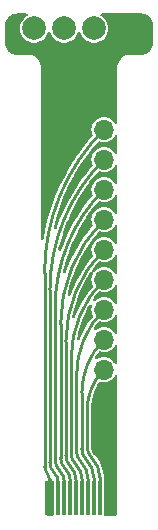
<source format=gbr>
%TF.GenerationSoftware,KiCad,Pcbnew,7.0.4*%
%TF.CreationDate,2023-06-28T13:03:42+02:00*%
%TF.ProjectId,pcb,7063622e-6b69-4636-9164-5f7063625858,rev?*%
%TF.SameCoordinates,Original*%
%TF.FileFunction,Copper,L1,Top*%
%TF.FilePolarity,Positive*%
%FSLAX46Y46*%
G04 Gerber Fmt 4.6, Leading zero omitted, Abs format (unit mm)*
G04 Created by KiCad (PCBNEW 7.0.4) date 2023-06-28 13:03:42*
%MOMM*%
%LPD*%
G01*
G04 APERTURE LIST*
G04 Aperture macros list*
%AMRoundRect*
0 Rectangle with rounded corners*
0 $1 Rounding radius*
0 $2 $3 $4 $5 $6 $7 $8 $9 X,Y pos of 4 corners*
0 Add a 4 corners polygon primitive as box body*
4,1,4,$2,$3,$4,$5,$6,$7,$8,$9,$2,$3,0*
0 Add four circle primitives for the rounded corners*
1,1,$1+$1,$2,$3*
1,1,$1+$1,$4,$5*
1,1,$1+$1,$6,$7*
1,1,$1+$1,$8,$9*
0 Add four rect primitives between the rounded corners*
20,1,$1+$1,$2,$3,$4,$5,0*
20,1,$1+$1,$4,$5,$6,$7,0*
20,1,$1+$1,$6,$7,$8,$9,0*
20,1,$1+$1,$8,$9,$2,$3,0*%
G04 Aperture macros list end*
%TA.AperFunction,ComponentPad*%
%ADD10RoundRect,0.425000X0.425000X0.425000X-0.425000X0.425000X-0.425000X-0.425000X0.425000X-0.425000X0*%
%TD*%
%TA.AperFunction,ComponentPad*%
%ADD11O,1.700000X1.700000*%
%TD*%
%TA.AperFunction,SMDPad,CuDef*%
%ADD12R,0.300000X3.000000*%
%TD*%
%TA.AperFunction,ComponentPad*%
%ADD13RoundRect,0.500000X0.500000X-0.500000X0.500000X0.500000X-0.500000X0.500000X-0.500000X-0.500000X0*%
%TD*%
%TA.AperFunction,ComponentPad*%
%ADD14C,2.000000*%
%TD*%
%TA.AperFunction,ViaPad*%
%ADD15C,0.800000*%
%TD*%
%TA.AperFunction,Conductor*%
%ADD16C,0.250000*%
%TD*%
G04 APERTURE END LIST*
D10*
%TO.P,J3,1,Pin_1*%
%TO.N,GND*%
X138250000Y-89675000D03*
D11*
%TO.P,J3,2,Pin_2*%
%TO.N,/i2c_sda*%
X138250000Y-87135000D03*
%TO.P,J3,3,Pin_3*%
%TO.N,/i2c_scl*%
X138250000Y-84595000D03*
%TO.P,J3,4,Pin_4*%
%TO.N,/spi_cs*%
X138250000Y-82055000D03*
%TO.P,J3,5,Pin_5*%
%TO.N,/spi_dc*%
X138250000Y-79515000D03*
%TO.P,J3,6,Pin_6*%
%TO.N,/spi_sdo*%
X138250000Y-76975000D03*
%TO.P,J3,7,Pin_7*%
%TO.N,/spi_sdi*%
X138250000Y-74435000D03*
%TO.P,J3,8,Pin_8*%
%TO.N,/spi_rst*%
X138250000Y-71895000D03*
%TO.P,J3,9,Pin_9*%
%TO.N,/misc*%
X138250000Y-69355000D03*
%TO.P,J3,10,Pin_10*%
%TO.N,VCC*%
X138250000Y-66815000D03*
%TD*%
D12*
%TO.P,J1,1,Pin_1*%
%TO.N,VCC*%
X133394000Y-98020000D03*
%TO.P,J1,2,Pin_2*%
X133894000Y-98020000D03*
%TO.P,J1,3,Pin_3*%
%TO.N,/misc*%
X134394000Y-98020000D03*
%TO.P,J1,4,Pin_4*%
%TO.N,/spi_rst*%
X134894000Y-98020000D03*
%TO.P,J1,5,Pin_5*%
%TO.N,/spi_sdi*%
X135394000Y-98020000D03*
%TO.P,J1,6,Pin_6*%
%TO.N,/spi_sdo*%
X135894000Y-98020000D03*
%TO.P,J1,7,Pin_7*%
%TO.N,/spi_dc*%
X136394000Y-98020000D03*
%TO.P,J1,8,Pin_8*%
%TO.N,/spi_cs*%
X136894000Y-98020000D03*
%TO.P,J1,9,Pin_9*%
%TO.N,/i2c_scl*%
X137394000Y-98020000D03*
%TO.P,J1,10,Pin_10*%
%TO.N,/i2c_sda*%
X137894000Y-98020000D03*
%TO.P,J1,11,Pin_11*%
%TO.N,GND*%
X138394000Y-98020000D03*
%TO.P,J1,12,Pin_12*%
X138894000Y-98020000D03*
%TD*%
D13*
%TO.P,J2,1,Pin_1*%
%TO.N,GND*%
X139954000Y-58250000D03*
D14*
%TO.P,J2,2,Pin_2*%
%TO.N,VCC*%
X137414000Y-58250000D03*
%TO.P,J2,3,Pin_3*%
%TO.N,/i2c_scl*%
X134874000Y-58250000D03*
%TO.P,J2,4,Pin_4*%
%TO.N,/i2c_sda*%
X132334000Y-58250000D03*
%TD*%
D15*
%TO.N,GND*%
X138250000Y-63000000D03*
X134000000Y-63000000D03*
%TD*%
D16*
%TO.N,VCC*%
X133225000Y-95397447D02*
X133225000Y-78946442D01*
X133394000Y-98020000D02*
X133650000Y-97764000D01*
X133444974Y-95907370D02*
X133430025Y-95892421D01*
X133650000Y-97764000D02*
X133650000Y-96402325D01*
X138249973Y-66814973D02*
G75*
G03*
X133225000Y-78946442I12131527J-12131427D01*
G01*
X133224968Y-95397447D02*
G75*
G03*
X133430026Y-95892420I700032J47D01*
G01*
X133649997Y-96402325D02*
G75*
G03*
X133444974Y-95907370I-699897J25D01*
G01*
%TO.N,/i2c_scl*%
X137394000Y-98020000D02*
X137394000Y-96304170D01*
X136375000Y-93844146D02*
X136375000Y-89121581D01*
X137394032Y-96304170D02*
G75*
G03*
X136755761Y-94763385I-2178932J-30D01*
G01*
X136374968Y-93844146D02*
G75*
G03*
X136755762Y-94763384I1300032J46D01*
G01*
X138250006Y-84595006D02*
G75*
G03*
X136375000Y-89121581I4526494J-4526594D01*
G01*
%TO.N,/i2c_sda*%
X137894000Y-98020000D02*
X137894000Y-96238501D01*
X136825000Y-93657750D02*
X136825000Y-90575321D01*
X136824965Y-93657750D02*
G75*
G03*
X137205761Y-94576989I1300035J50D01*
G01*
X137893996Y-96238501D02*
G75*
G03*
X137205761Y-94576989I-2349696J1D01*
G01*
X138249993Y-87134993D02*
G75*
G03*
X136825000Y-90575321I3440407J-3440307D01*
G01*
%TO.N,/spi_cs*%
X136894000Y-98020000D02*
X136894000Y-96369860D01*
X135925000Y-94030542D02*
X135925000Y-87667989D01*
X136894039Y-96369860D02*
G75*
G03*
X136305760Y-94949782I-2008239J-40D01*
G01*
X138250007Y-82055007D02*
G75*
G03*
X135925000Y-87667989I5612893J-5612993D01*
G01*
X135924971Y-94030542D02*
G75*
G03*
X136305762Y-94949780I1300029J42D01*
G01*
%TO.N,/spi_dc*%
X136394000Y-98020000D02*
X136394000Y-96435472D01*
X135475000Y-94216938D02*
X135475000Y-86214441D01*
X138249997Y-79514997D02*
G75*
G03*
X135475000Y-86214441I6699453J-6699443D01*
G01*
X136394005Y-96435472D02*
G75*
G03*
X135855761Y-95136177I-1837405J-28D01*
G01*
X135474973Y-94216938D02*
G75*
G03*
X135855761Y-95136177I1300027J38D01*
G01*
%TO.N,/spi_sdo*%
X135025000Y-94403334D02*
X135025000Y-84760866D01*
X135894000Y-98020000D02*
X135894000Y-96501265D01*
X135024976Y-94403334D02*
G75*
G03*
X135405761Y-95322573I1300024J34D01*
G01*
X138249998Y-76974998D02*
G75*
G03*
X135025000Y-84760866I7785902J-7785862D01*
G01*
X135894025Y-96501265D02*
G75*
G03*
X135405761Y-95322573I-1666925J-35D01*
G01*
%TO.N,/spi_sdi*%
X134575000Y-94589730D02*
X134575000Y-83307215D01*
X135394000Y-98020000D02*
X135394000Y-96485686D01*
X135013239Y-95566447D02*
X134955761Y-95508969D01*
X134574979Y-94589730D02*
G75*
G03*
X134955761Y-95508969I1300021J30D01*
G01*
X138249990Y-74434990D02*
G75*
G03*
X134575000Y-83307215I8872210J-8872210D01*
G01*
X135394010Y-96485686D02*
G75*
G03*
X135013239Y-95566447I-1300010J-14D01*
G01*
%TO.N,/spi_rst*%
X134125000Y-94776126D02*
X134125000Y-81853517D01*
X134513239Y-95702843D02*
X134505761Y-95695365D01*
X134894000Y-98020000D02*
X134894000Y-96622048D01*
X134893971Y-96622048D02*
G75*
G03*
X134513239Y-95702843I-1299871J48D01*
G01*
X138249982Y-71894982D02*
G75*
G03*
X134125000Y-81853517I9958418J-9958518D01*
G01*
X134124982Y-94776126D02*
G75*
G03*
X134505761Y-95695365I1300018J26D01*
G01*
%TO.N,/misc*%
X133675000Y-95003944D02*
X133675000Y-80400013D01*
X134394000Y-98020000D02*
X134394000Y-96717056D01*
X134042528Y-95868528D02*
X134026472Y-95852472D01*
X134394030Y-96717056D02*
G75*
G03*
X134042527Y-95868529I-1200030J-44D01*
G01*
X138249992Y-69354992D02*
G75*
G03*
X133675000Y-80400013I11045008J-11045008D01*
G01*
X133674970Y-95003944D02*
G75*
G03*
X134026473Y-95852471I1200030J44D01*
G01*
%TO.N,GND*%
X138394000Y-89819000D02*
X138250000Y-89675000D01*
%TD*%
%TA.AperFunction,Conductor*%
%TO.N,VCC*%
G36*
X133863039Y-96541685D02*
G01*
X133908794Y-96594489D01*
X133920000Y-96646000D01*
X133920000Y-99395500D01*
X133900315Y-99462539D01*
X133847511Y-99508294D01*
X133796000Y-99519500D01*
X133536000Y-99519500D01*
X133468961Y-99499815D01*
X133423206Y-99447011D01*
X133412000Y-99395500D01*
X133412000Y-96646000D01*
X133431685Y-96578961D01*
X133484489Y-96533206D01*
X133536000Y-96522000D01*
X133796000Y-96522000D01*
X133863039Y-96541685D01*
G37*
%TD.AperFunction*%
%TD*%
%TA.AperFunction,Conductor*%
%TO.N,GND*%
G36*
X139342941Y-87619219D02*
G01*
X139385310Y-87674777D01*
X139393519Y-87719145D01*
X139393500Y-93519900D01*
X139393500Y-99210242D01*
X139391973Y-99229641D01*
X139381913Y-99293154D01*
X139369925Y-99330049D01*
X139345217Y-99378542D01*
X139322413Y-99409929D01*
X139283929Y-99448413D01*
X139252542Y-99471217D01*
X139204049Y-99495925D01*
X139167154Y-99507913D01*
X139129734Y-99513840D01*
X139103639Y-99517973D01*
X139084243Y-99519500D01*
X138368500Y-99519500D01*
X138301461Y-99499815D01*
X138255706Y-99447011D01*
X138244500Y-99395500D01*
X138244500Y-96500249D01*
X138244499Y-96500247D01*
X138232868Y-96441770D01*
X138228940Y-96432288D01*
X138219500Y-96384833D01*
X138219500Y-96207364D01*
X138219496Y-96207270D01*
X138219496Y-96088257D01*
X138185853Y-95789686D01*
X138185852Y-95789674D01*
X138118989Y-95496731D01*
X138019745Y-95213116D01*
X137889371Y-94942396D01*
X137729505Y-94687976D01*
X137542157Y-94453056D01*
X137458475Y-94369376D01*
X137437641Y-94348542D01*
X137434336Y-94344967D01*
X137342934Y-94237956D01*
X137331503Y-94222222D01*
X137261793Y-94108472D01*
X137252960Y-94091137D01*
X137201904Y-93967888D01*
X137195896Y-93949400D01*
X137164744Y-93819663D01*
X137161703Y-93800462D01*
X137150690Y-93660598D01*
X137150500Y-93655747D01*
X137150500Y-90576672D01*
X137150559Y-90573968D01*
X137167656Y-90182348D01*
X137168128Y-90176957D01*
X137168505Y-90174092D01*
X137219114Y-89789654D01*
X137220046Y-89784367D01*
X137304601Y-89402950D01*
X137305990Y-89397763D01*
X137423467Y-89025166D01*
X137425307Y-89020110D01*
X137574803Y-88659185D01*
X137577076Y-88654309D01*
X137757469Y-88307769D01*
X137760151Y-88303125D01*
X137826497Y-88198979D01*
X137879117Y-88153016D01*
X137948236Y-88142798D01*
X137967067Y-88146942D01*
X138044066Y-88170300D01*
X138044065Y-88170300D01*
X138062529Y-88172118D01*
X138250000Y-88190583D01*
X138455934Y-88170300D01*
X138653954Y-88110232D01*
X138836450Y-88012685D01*
X138996410Y-87881410D01*
X139127685Y-87721450D01*
X139160162Y-87660689D01*
X139209123Y-87610847D01*
X139277261Y-87595387D01*
X139342941Y-87619219D01*
G37*
%TD.AperFunction*%
%TA.AperFunction,Conductor*%
G36*
X139342948Y-85079202D02*
G01*
X139385317Y-85134760D01*
X139393527Y-85179129D01*
X139393523Y-86550862D01*
X139373838Y-86617902D01*
X139321034Y-86663657D01*
X139251876Y-86673600D01*
X139188320Y-86644575D01*
X139160165Y-86609316D01*
X139153848Y-86597498D01*
X139127685Y-86548550D01*
X139051395Y-86455590D01*
X138996410Y-86388589D01*
X138836452Y-86257317D01*
X138836453Y-86257317D01*
X138836450Y-86257315D01*
X138653954Y-86159768D01*
X138455934Y-86099700D01*
X138455932Y-86099699D01*
X138455934Y-86099699D01*
X138250000Y-86079417D01*
X138044067Y-86099699D01*
X137846043Y-86159769D01*
X137692008Y-86242104D01*
X137623605Y-86256346D01*
X137558361Y-86231346D01*
X137516990Y-86175042D01*
X137512628Y-86105308D01*
X137526913Y-86069472D01*
X137663953Y-85838507D01*
X137666330Y-85834811D01*
X137703634Y-85781083D01*
X137797863Y-85645369D01*
X137852265Y-85601531D01*
X137921734Y-85594062D01*
X137935702Y-85597428D01*
X138044066Y-85630300D01*
X138044065Y-85630300D01*
X138064347Y-85632297D01*
X138250000Y-85650583D01*
X138455934Y-85630300D01*
X138653954Y-85570232D01*
X138836450Y-85472685D01*
X138996410Y-85341410D01*
X139127685Y-85181450D01*
X139160170Y-85120674D01*
X139209131Y-85070832D01*
X139277268Y-85055371D01*
X139342948Y-85079202D01*
G37*
%TD.AperFunction*%
%TA.AperFunction,Conductor*%
G36*
X137195938Y-81634948D02*
G01*
X137237038Y-81691451D01*
X137241065Y-81761204D01*
X137238933Y-81769180D01*
X137214699Y-81849067D01*
X137194417Y-82054999D01*
X137214699Y-82260932D01*
X137274769Y-82458958D01*
X137306625Y-82518556D01*
X137320867Y-82586959D01*
X137295867Y-82652203D01*
X137295643Y-82652496D01*
X137142461Y-82852124D01*
X137142454Y-82852134D01*
X136841875Y-83301975D01*
X136762917Y-83438733D01*
X136574686Y-83764754D01*
X136571348Y-83770535D01*
X136332055Y-84255765D01*
X136249288Y-84455581D01*
X136223056Y-84518911D01*
X136199878Y-84574866D01*
X136156036Y-84629270D01*
X136089742Y-84651334D01*
X136022043Y-84634054D01*
X135974433Y-84582917D01*
X135962028Y-84514157D01*
X135964079Y-84501388D01*
X136016805Y-84255765D01*
X136065959Y-84026779D01*
X136066845Y-84023180D01*
X136214260Y-83494379D01*
X136215361Y-83490848D01*
X136394428Y-82971930D01*
X136395738Y-82968474D01*
X136605810Y-82461316D01*
X136607330Y-82457936D01*
X136847643Y-81964382D01*
X136849367Y-81961097D01*
X137012267Y-81672267D01*
X137062345Y-81623547D01*
X137130815Y-81609634D01*
X137195938Y-81634948D01*
G37*
%TD.AperFunction*%
%TA.AperFunction,Conductor*%
G36*
X139342973Y-77459155D02*
G01*
X139385342Y-77514713D01*
X139393552Y-77559082D01*
X139393548Y-78930909D01*
X139373863Y-78997949D01*
X139321059Y-79043704D01*
X139251901Y-79053647D01*
X139188345Y-79024622D01*
X139160191Y-78989364D01*
X139127685Y-78928550D01*
X139060041Y-78846125D01*
X138996410Y-78768589D01*
X138836452Y-78637317D01*
X138836453Y-78637317D01*
X138836450Y-78637315D01*
X138653954Y-78539768D01*
X138455934Y-78479700D01*
X138455932Y-78479699D01*
X138455934Y-78479699D01*
X138250000Y-78459417D01*
X138044067Y-78479699D01*
X137846043Y-78539769D01*
X137735898Y-78598643D01*
X137663550Y-78637315D01*
X137663548Y-78637316D01*
X137663547Y-78637317D01*
X137503589Y-78768590D01*
X137436855Y-78849905D01*
X137379109Y-78889239D01*
X137312348Y-78891027D01*
X137334579Y-78927015D01*
X137333332Y-78996874D01*
X137324355Y-79018274D01*
X137274769Y-79111041D01*
X137214699Y-79309067D01*
X137194417Y-79514999D01*
X137214699Y-79720932D01*
X137274769Y-79918957D01*
X137300535Y-79967162D01*
X137314776Y-80035565D01*
X137289775Y-80100808D01*
X137288787Y-80102087D01*
X137052467Y-80403728D01*
X136716039Y-80891127D01*
X136716023Y-80891152D01*
X136409643Y-81397966D01*
X136134405Y-81922389D01*
X135891338Y-82462464D01*
X135812274Y-82670940D01*
X135770096Y-82726643D01*
X135704498Y-82750700D01*
X135636308Y-82735473D01*
X135587175Y-82685797D01*
X135572698Y-82617443D01*
X135574713Y-82602789D01*
X135618069Y-82384821D01*
X135618829Y-82381492D01*
X135767678Y-81804447D01*
X135768633Y-81801132D01*
X135949604Y-81233340D01*
X135950737Y-81230103D01*
X136163266Y-80673333D01*
X136164564Y-80670199D01*
X136407980Y-80126215D01*
X136409460Y-80123143D01*
X136682990Y-79593671D01*
X136684644Y-79590678D01*
X136987433Y-79077374D01*
X136989233Y-79074507D01*
X137111897Y-78890928D01*
X137165507Y-78846125D01*
X137234832Y-78837418D01*
X137242792Y-78841226D01*
X137218780Y-78792166D01*
X137226869Y-78722766D01*
X137237894Y-78702358D01*
X137320344Y-78578964D01*
X137322320Y-78576178D01*
X137680692Y-78099983D01*
X137682799Y-78097342D01*
X137762334Y-78003153D01*
X137820624Y-77964634D01*
X137890488Y-77963743D01*
X137893000Y-77964475D01*
X138044066Y-78010300D01*
X138044065Y-78010300D01*
X138062529Y-78012118D01*
X138250000Y-78030583D01*
X138455934Y-78010300D01*
X138653954Y-77950232D01*
X138836450Y-77852685D01*
X138996410Y-77721410D01*
X139127685Y-77561450D01*
X139160196Y-77500625D01*
X139209156Y-77450785D01*
X139277293Y-77435324D01*
X139342973Y-77459155D01*
G37*
%TD.AperFunction*%
%TD*%
%TA.AperFunction,NonConductor*%
G36*
X139343007Y-67299093D02*
G01*
X139385376Y-67354650D01*
X139393586Y-67399019D01*
X139393581Y-68770972D01*
X139373896Y-68838012D01*
X139321092Y-68883767D01*
X139251934Y-68893710D01*
X139188378Y-68864685D01*
X139160224Y-68829427D01*
X139127685Y-68768550D01*
X139127684Y-68768548D01*
X138996410Y-68608589D01*
X138836452Y-68477317D01*
X138836453Y-68477317D01*
X138836450Y-68477315D01*
X138653954Y-68379768D01*
X138455934Y-68319700D01*
X138455932Y-68319699D01*
X138455934Y-68319699D01*
X138268463Y-68301235D01*
X138250000Y-68299417D01*
X138249999Y-68299417D01*
X138044067Y-68319699D01*
X137846043Y-68379769D01*
X137735898Y-68438643D01*
X137663550Y-68477315D01*
X137663548Y-68477316D01*
X137663547Y-68477317D01*
X137503589Y-68608589D01*
X137372317Y-68768547D01*
X137372316Y-68768548D01*
X137372315Y-68768550D01*
X137352978Y-68804727D01*
X137274769Y-68951043D01*
X137214699Y-69149067D01*
X137194417Y-69354999D01*
X137214699Y-69560932D01*
X137274769Y-69758957D01*
X137286682Y-69781243D01*
X137300924Y-69849645D01*
X137275925Y-69914889D01*
X137268970Y-69923226D01*
X137262927Y-69929855D01*
X136792222Y-70496705D01*
X136792210Y-70496721D01*
X136348218Y-71084662D01*
X136348204Y-71084680D01*
X136348201Y-71084686D01*
X136069840Y-71491043D01*
X135931800Y-71692557D01*
X135543927Y-72318993D01*
X135543914Y-72319015D01*
X135185392Y-72962684D01*
X135185363Y-72962738D01*
X134856961Y-73622262D01*
X134856959Y-73622265D01*
X134559363Y-74296256D01*
X134559349Y-74296289D01*
X134559345Y-74296299D01*
X134371769Y-74780490D01*
X134293173Y-74983369D01*
X134243323Y-75132103D01*
X134203354Y-75189412D01*
X134138747Y-75216014D01*
X134070014Y-75203464D01*
X134018977Y-75155746D01*
X134001840Y-75088011D01*
X134005733Y-75061527D01*
X134192633Y-74341877D01*
X134193416Y-74339122D01*
X134206677Y-74296299D01*
X134422575Y-73599092D01*
X134423462Y-73596443D01*
X134681763Y-72881054D01*
X134686558Y-72867773D01*
X134687593Y-72865102D01*
X134725873Y-72772685D01*
X134984047Y-72149391D01*
X134985171Y-72146846D01*
X135314387Y-71445540D01*
X135315630Y-71443044D01*
X135676869Y-70757718D01*
X135678248Y-70755243D01*
X135711614Y-70698466D01*
X136070741Y-70087349D01*
X136072226Y-70084950D01*
X136495158Y-69435877D01*
X136496735Y-69433573D01*
X136949204Y-68804708D01*
X136950918Y-68802441D01*
X136975844Y-68770972D01*
X137431911Y-68195188D01*
X137433726Y-68193005D01*
X137524289Y-68088930D01*
X137744420Y-67835957D01*
X137803275Y-67798308D01*
X137873145Y-67798454D01*
X137873562Y-67798579D01*
X138044066Y-67850300D01*
X138250000Y-67870583D01*
X138455934Y-67850300D01*
X138653954Y-67790232D01*
X138836450Y-67692685D01*
X138996410Y-67561410D01*
X139127685Y-67401450D01*
X139160229Y-67340564D01*
X139209190Y-67290722D01*
X139277328Y-67275261D01*
X139343007Y-67299093D01*
G37*
%TD.AperFunction*%
%TA.AperFunction,NonConductor*%
G36*
X131735092Y-57000185D02*
G01*
X131780847Y-57052989D01*
X131790791Y-57122147D01*
X131761766Y-57185703D01*
X131733330Y-57209927D01*
X131607439Y-57287874D01*
X131607437Y-57287876D01*
X131443020Y-57437761D01*
X131308943Y-57615308D01*
X131308938Y-57615316D01*
X131209775Y-57814461D01*
X131209769Y-57814476D01*
X131148885Y-58028462D01*
X131148884Y-58028464D01*
X131128357Y-58249999D01*
X131128357Y-58250000D01*
X131148884Y-58471535D01*
X131148885Y-58471537D01*
X131209769Y-58685523D01*
X131209775Y-58685538D01*
X131308938Y-58884683D01*
X131308943Y-58884691D01*
X131443020Y-59062238D01*
X131607437Y-59212123D01*
X131607439Y-59212125D01*
X131796595Y-59329245D01*
X131796596Y-59329245D01*
X131796599Y-59329247D01*
X132004060Y-59409618D01*
X132222757Y-59450500D01*
X132222759Y-59450500D01*
X132445241Y-59450500D01*
X132445243Y-59450500D01*
X132663940Y-59409618D01*
X132871401Y-59329247D01*
X133060562Y-59212124D01*
X133224981Y-59062236D01*
X133359058Y-58884689D01*
X133458229Y-58685528D01*
X133484734Y-58592371D01*
X133522013Y-58533278D01*
X133585323Y-58503721D01*
X133654562Y-58513083D01*
X133707749Y-58558393D01*
X133723266Y-58592372D01*
X133749769Y-58685523D01*
X133749775Y-58685538D01*
X133848938Y-58884683D01*
X133848943Y-58884691D01*
X133983020Y-59062238D01*
X134147437Y-59212123D01*
X134147439Y-59212125D01*
X134336595Y-59329245D01*
X134336596Y-59329245D01*
X134336599Y-59329247D01*
X134544060Y-59409618D01*
X134762757Y-59450500D01*
X134762759Y-59450500D01*
X134985241Y-59450500D01*
X134985243Y-59450500D01*
X135203940Y-59409618D01*
X135411401Y-59329247D01*
X135600562Y-59212124D01*
X135764981Y-59062236D01*
X135899058Y-58884689D01*
X135998229Y-58685528D01*
X136024734Y-58592371D01*
X136062013Y-58533278D01*
X136125323Y-58503721D01*
X136194562Y-58513083D01*
X136247749Y-58558393D01*
X136263266Y-58592372D01*
X136289769Y-58685523D01*
X136289775Y-58685538D01*
X136388938Y-58884683D01*
X136388943Y-58884691D01*
X136523020Y-59062238D01*
X136687437Y-59212123D01*
X136687439Y-59212125D01*
X136876595Y-59329245D01*
X136876596Y-59329245D01*
X136876599Y-59329247D01*
X137084060Y-59409618D01*
X137302757Y-59450500D01*
X137302759Y-59450500D01*
X137525241Y-59450500D01*
X137525243Y-59450500D01*
X137743940Y-59409618D01*
X137951401Y-59329247D01*
X138140562Y-59212124D01*
X138304981Y-59062236D01*
X138439058Y-58884689D01*
X138538229Y-58685528D01*
X138599115Y-58471536D01*
X138619643Y-58250000D01*
X138599115Y-58028464D01*
X138538229Y-57814472D01*
X138534229Y-57806439D01*
X138439061Y-57615316D01*
X138439056Y-57615308D01*
X138304979Y-57437761D01*
X138140562Y-57287876D01*
X138140560Y-57287874D01*
X138014670Y-57209927D01*
X137968034Y-57157899D01*
X137956930Y-57088918D01*
X137984883Y-57024883D01*
X138043018Y-56986127D01*
X138079947Y-56980500D01*
X141391398Y-56980500D01*
X141396801Y-56980735D01*
X141556858Y-56994740D01*
X141578142Y-56998493D01*
X141584457Y-57000185D01*
X141725479Y-57037972D01*
X141745777Y-57045360D01*
X141884021Y-57109825D01*
X141902738Y-57120632D01*
X142027681Y-57208118D01*
X142044240Y-57222012D01*
X142152094Y-57329867D01*
X142165987Y-57346425D01*
X142206263Y-57403946D01*
X142253470Y-57471364D01*
X142264277Y-57490083D01*
X142328737Y-57628320D01*
X142336130Y-57648630D01*
X142375607Y-57795960D01*
X142379360Y-57817246D01*
X142385941Y-57892465D01*
X142392438Y-57966721D01*
X142393370Y-57977366D01*
X142393606Y-57982773D01*
X142393606Y-59503065D01*
X142393370Y-59508462D01*
X142392559Y-59517744D01*
X142379371Y-59668523D01*
X142375619Y-59689810D01*
X142336143Y-59837151D01*
X142328751Y-59857461D01*
X142264294Y-59995700D01*
X142253486Y-60014421D01*
X142166001Y-60139367D01*
X142152109Y-60155924D01*
X142044258Y-60263781D01*
X142027698Y-60277676D01*
X141902752Y-60365166D01*
X141884034Y-60375973D01*
X141745789Y-60440440D01*
X141725478Y-60447833D01*
X141578152Y-60487311D01*
X141556865Y-60491065D01*
X141447082Y-60500670D01*
X141397232Y-60505032D01*
X141391830Y-60505268D01*
X140382430Y-60505268D01*
X140382041Y-60505305D01*
X140306573Y-60505305D01*
X140134171Y-60535703D01*
X140134170Y-60535703D01*
X139969674Y-60595572D01*
X139969665Y-60595577D01*
X139818059Y-60683103D01*
X139683957Y-60795626D01*
X139683952Y-60795630D01*
X139571425Y-60929728D01*
X139483891Y-61081335D01*
X139424013Y-61245833D01*
X139393607Y-61418240D01*
X139393606Y-61505670D01*
X139393590Y-66230987D01*
X139373905Y-66298027D01*
X139321101Y-66343782D01*
X139251943Y-66353725D01*
X139188387Y-66324700D01*
X139160232Y-66289441D01*
X139127685Y-66228550D01*
X139075702Y-66165209D01*
X138996410Y-66068589D01*
X138836452Y-65937317D01*
X138836453Y-65937317D01*
X138836450Y-65937315D01*
X138653954Y-65839768D01*
X138455934Y-65779700D01*
X138455932Y-65779699D01*
X138455934Y-65779699D01*
X138250000Y-65759417D01*
X138044067Y-65779699D01*
X137846043Y-65839769D01*
X137735898Y-65898643D01*
X137663550Y-65937315D01*
X137663548Y-65937316D01*
X137663547Y-65937317D01*
X137503589Y-66068589D01*
X137372317Y-66228547D01*
X137372315Y-66228550D01*
X137339768Y-66289441D01*
X137274769Y-66411043D01*
X137214699Y-66609067D01*
X137194417Y-66815000D01*
X137214699Y-67020932D01*
X137214700Y-67020934D01*
X137274768Y-67218954D01*
X137285868Y-67239721D01*
X137300110Y-67308122D01*
X137275111Y-67373366D01*
X137268148Y-67381711D01*
X137189987Y-67467451D01*
X136673919Y-68088933D01*
X136187123Y-68733559D01*
X136187117Y-68733568D01*
X135902497Y-69149066D01*
X135761430Y-69355000D01*
X135730585Y-69400028D01*
X135305340Y-70086828D01*
X134912268Y-70792533D01*
X134912240Y-70792588D01*
X134552202Y-71515648D01*
X134225907Y-72254640D01*
X133934088Y-73007919D01*
X133677375Y-73773854D01*
X133677374Y-73773858D01*
X133456314Y-74550813D01*
X133456305Y-74550849D01*
X133271376Y-75337134D01*
X133271367Y-75337177D01*
X133140446Y-76037552D01*
X133108778Y-76099833D01*
X133048466Y-76135106D01*
X132978658Y-76132172D01*
X132921517Y-76091963D01*
X132895186Y-76027245D01*
X132894557Y-76014786D01*
X132894606Y-61505669D01*
X132894604Y-61505666D01*
X132894605Y-61493910D01*
X132894532Y-61493166D01*
X132894537Y-61418238D01*
X132864149Y-61245836D01*
X132838155Y-61174405D01*
X132804286Y-61081335D01*
X132804283Y-61081330D01*
X132766486Y-61015857D01*
X132716761Y-60929720D01*
X132604240Y-60795612D01*
X132470141Y-60683081D01*
X132318537Y-60595548D01*
X132154034Y-60535669D01*
X132042436Y-60515990D01*
X131981636Y-60505269D01*
X131981633Y-60505268D01*
X131894205Y-60505268D01*
X130896812Y-60505268D01*
X130891410Y-60505032D01*
X130846678Y-60501118D01*
X130731354Y-60491029D01*
X130710067Y-60487276D01*
X130562738Y-60447799D01*
X130542427Y-60440406D01*
X130404190Y-60375945D01*
X130385477Y-60365141D01*
X130260533Y-60277652D01*
X130243975Y-60263759D01*
X130136113Y-60155894D01*
X130122234Y-60139352D01*
X130034744Y-60014398D01*
X130023942Y-59995687D01*
X129959484Y-59857448D01*
X129952091Y-59837137D01*
X129912616Y-59689797D01*
X129908866Y-59668529D01*
X129894841Y-59508168D01*
X129894606Y-59502766D01*
X129894606Y-57982707D01*
X129894842Y-57977301D01*
X129902264Y-57892468D01*
X129908845Y-57817242D01*
X129912596Y-57795968D01*
X129952076Y-57648625D01*
X129959468Y-57628319D01*
X130023929Y-57490082D01*
X130034735Y-57471366D01*
X130122229Y-57346412D01*
X130136113Y-57329867D01*
X130243973Y-57222007D01*
X130260519Y-57208123D01*
X130385478Y-57120627D01*
X130404181Y-57109829D01*
X130542429Y-57045363D01*
X130562725Y-57037976D01*
X130710075Y-56998495D01*
X130731345Y-56994745D01*
X130839438Y-56985288D01*
X130891480Y-56980736D01*
X130896886Y-56980500D01*
X131668053Y-56980500D01*
X131735092Y-57000185D01*
G37*
%TD.AperFunction*%
%TA.AperFunction,NonConductor*%
G36*
X139343000Y-69839109D02*
G01*
X139385369Y-69894667D01*
X139393578Y-69939035D01*
X139393573Y-71310956D01*
X139373888Y-71377996D01*
X139321084Y-71423751D01*
X139251926Y-71433694D01*
X139188370Y-71404669D01*
X139160216Y-71369412D01*
X139127685Y-71308550D01*
X139075702Y-71245209D01*
X138996410Y-71148589D01*
X138836452Y-71017317D01*
X138836453Y-71017317D01*
X138836450Y-71017315D01*
X138653954Y-70919768D01*
X138455934Y-70859700D01*
X138455932Y-70859699D01*
X138455934Y-70859699D01*
X138250000Y-70839417D01*
X138044067Y-70859699D01*
X137846043Y-70919769D01*
X137735898Y-70978643D01*
X137663550Y-71017315D01*
X137663548Y-71017316D01*
X137663547Y-71017317D01*
X137503589Y-71148589D01*
X137372317Y-71308547D01*
X137274769Y-71491043D01*
X137214699Y-71689067D01*
X137194417Y-71894999D01*
X137214699Y-72100932D01*
X137274769Y-72298957D01*
X137288904Y-72325400D01*
X137303146Y-72393802D01*
X137278147Y-72459046D01*
X137275399Y-72462519D01*
X136845816Y-72985963D01*
X136845793Y-72985993D01*
X136424407Y-73554161D01*
X136424367Y-73554217D01*
X136031342Y-74142417D01*
X135667650Y-74749197D01*
X135667625Y-74749240D01*
X135334164Y-75373101D01*
X135334152Y-75373124D01*
X135031681Y-76012644D01*
X135031675Y-76012659D01*
X134760953Y-76666236D01*
X134640262Y-77003544D01*
X134599143Y-77060033D01*
X134534012Y-77085324D01*
X134465546Y-77071387D01*
X134415484Y-77022647D01*
X134399720Y-76954579D01*
X134402524Y-76934601D01*
X134458532Y-76685183D01*
X134459250Y-76682318D01*
X134658672Y-75961701D01*
X134659538Y-75958841D01*
X134894077Y-75248883D01*
X134895091Y-75246046D01*
X135164179Y-74548459D01*
X135165320Y-74545702D01*
X135468317Y-73862153D01*
X135469615Y-73859409D01*
X135475081Y-73848550D01*
X135805786Y-73191551D01*
X135807190Y-73188925D01*
X136175724Y-72538371D01*
X136177279Y-72535778D01*
X136241298Y-72434681D01*
X136577283Y-71904101D01*
X136578946Y-71901611D01*
X136953766Y-71369410D01*
X137009465Y-71290323D01*
X137011278Y-71287878D01*
X137471278Y-70698441D01*
X137473158Y-70696151D01*
X137747982Y-70377552D01*
X137806676Y-70339647D01*
X137876545Y-70339491D01*
X137877727Y-70339842D01*
X138044066Y-70390300D01*
X138044065Y-70390300D01*
X138062529Y-70392118D01*
X138250000Y-70410583D01*
X138455934Y-70390300D01*
X138653954Y-70330232D01*
X138836450Y-70232685D01*
X138996410Y-70101410D01*
X139127685Y-69941450D01*
X139160220Y-69880580D01*
X139209183Y-69830737D01*
X139277320Y-69815277D01*
X139343000Y-69839109D01*
G37*
%TD.AperFunction*%
%TA.AperFunction,NonConductor*%
G36*
X139342990Y-72379123D02*
G01*
X139385359Y-72434681D01*
X139393569Y-72479050D01*
X139393565Y-73850940D01*
X139373880Y-73917980D01*
X139321076Y-73963735D01*
X139251918Y-73973678D01*
X139188362Y-73944653D01*
X139160207Y-73909394D01*
X139127685Y-73848550D01*
X139066371Y-73773838D01*
X138996410Y-73688589D01*
X138836452Y-73557317D01*
X138836453Y-73557317D01*
X138836450Y-73557315D01*
X138653954Y-73459768D01*
X138455934Y-73399700D01*
X138455932Y-73399699D01*
X138455934Y-73399699D01*
X138268463Y-73381235D01*
X138250000Y-73379417D01*
X138249999Y-73379417D01*
X138044067Y-73399699D01*
X137846043Y-73459769D01*
X137735898Y-73518643D01*
X137663550Y-73557315D01*
X137663548Y-73557316D01*
X137663547Y-73557317D01*
X137503589Y-73688589D01*
X137372317Y-73848547D01*
X137372315Y-73848550D01*
X137339793Y-73909394D01*
X137274769Y-74031043D01*
X137214699Y-74229067D01*
X137194417Y-74435000D01*
X137214699Y-74640932D01*
X137274769Y-74838958D01*
X137291975Y-74871147D01*
X137306217Y-74939549D01*
X137281217Y-75004793D01*
X137278983Y-75007636D01*
X136906093Y-75468118D01*
X136906090Y-75468120D01*
X136509828Y-76013530D01*
X136509826Y-76013533D01*
X136142648Y-76578939D01*
X135805573Y-77162771D01*
X135499513Y-77763448D01*
X135499502Y-77763470D01*
X135225297Y-78379346D01*
X135032083Y-78882685D01*
X134989681Y-78938217D01*
X134923987Y-78962010D01*
X134855859Y-78946508D01*
X134806926Y-78896635D01*
X134792725Y-78828224D01*
X134795330Y-78811089D01*
X134862484Y-78512038D01*
X134863207Y-78509153D01*
X135042514Y-77861224D01*
X135043378Y-77858376D01*
X135254275Y-77219984D01*
X135255267Y-77217210D01*
X135497225Y-76589960D01*
X135498366Y-76587204D01*
X135770803Y-75972600D01*
X135772092Y-75969873D01*
X136013349Y-75490582D01*
X136074347Y-75369402D01*
X136075781Y-75366717D01*
X136407150Y-74781773D01*
X136408677Y-74779226D01*
X136714496Y-74296290D01*
X136768340Y-74211262D01*
X136770018Y-74208749D01*
X137157118Y-73659112D01*
X137158917Y-73656689D01*
X137185782Y-73622265D01*
X137572501Y-73126735D01*
X137574428Y-73124387D01*
X137751837Y-72918720D01*
X137810530Y-72880816D01*
X137880399Y-72880660D01*
X137881567Y-72881007D01*
X138044066Y-72930300D01*
X138044065Y-72930300D01*
X138064347Y-72932297D01*
X138250000Y-72950583D01*
X138455934Y-72930300D01*
X138653954Y-72870232D01*
X138836450Y-72772685D01*
X138996410Y-72641410D01*
X139127685Y-72481450D01*
X139160214Y-72420592D01*
X139209173Y-72370753D01*
X139277310Y-72355292D01*
X139342990Y-72379123D01*
G37*
%TD.AperFunction*%
%TA.AperFunction,NonConductor*%
G36*
X139342983Y-74919140D02*
G01*
X139385351Y-74974697D01*
X139393561Y-75019066D01*
X139393556Y-76390925D01*
X139373871Y-76457965D01*
X139321067Y-76503720D01*
X139251909Y-76513663D01*
X139188353Y-76484638D01*
X139160199Y-76449380D01*
X139131439Y-76395574D01*
X139127684Y-76388548D01*
X138996410Y-76228589D01*
X138836452Y-76097317D01*
X138836453Y-76097317D01*
X138836450Y-76097315D01*
X138653954Y-75999768D01*
X138455934Y-75939700D01*
X138455932Y-75939699D01*
X138455934Y-75939699D01*
X138268463Y-75921235D01*
X138250000Y-75919417D01*
X138249999Y-75919417D01*
X138044067Y-75939699D01*
X137846043Y-75999769D01*
X137735898Y-76058643D01*
X137663550Y-76097315D01*
X137663548Y-76097316D01*
X137663547Y-76097317D01*
X137503589Y-76228589D01*
X137372317Y-76388547D01*
X137372316Y-76388548D01*
X137372315Y-76388550D01*
X137335212Y-76457965D01*
X137274769Y-76571043D01*
X137214699Y-76769067D01*
X137194417Y-76975000D01*
X137214699Y-77180932D01*
X137226560Y-77220032D01*
X137274768Y-77378954D01*
X137274769Y-77378957D01*
X137274770Y-77378958D01*
X137274771Y-77378961D01*
X137295773Y-77418253D01*
X137310015Y-77486656D01*
X137285015Y-77551900D01*
X137283362Y-77554018D01*
X136974437Y-77941399D01*
X136974434Y-77941404D01*
X136974421Y-77941421D01*
X136974418Y-77941426D01*
X136958050Y-77964495D01*
X136606306Y-78460233D01*
X136606304Y-78460237D01*
X136267864Y-78998863D01*
X135960146Y-79555637D01*
X135960145Y-79555640D01*
X135684141Y-80128770D01*
X135440717Y-80716452D01*
X135440702Y-80716491D01*
X135419018Y-80778462D01*
X135378296Y-80835238D01*
X135313344Y-80860985D01*
X135244782Y-80847528D01*
X135194379Y-80799141D01*
X135178138Y-80731185D01*
X135181403Y-80708560D01*
X135316570Y-80145549D01*
X135317394Y-80142474D01*
X135498213Y-79532035D01*
X135499212Y-79528965D01*
X135680056Y-79018274D01*
X135711721Y-78928855D01*
X135712881Y-78925835D01*
X135956502Y-78337681D01*
X135957817Y-78334730D01*
X136112562Y-78010300D01*
X136231895Y-77760111D01*
X136233343Y-77757268D01*
X136537141Y-77197741D01*
X136538711Y-77195021D01*
X136871380Y-76652154D01*
X136873119Y-76649475D01*
X137233725Y-76124789D01*
X137235600Y-76122208D01*
X137623186Y-75617096D01*
X137625184Y-75614629D01*
X137756610Y-75460749D01*
X137815113Y-75422558D01*
X137884981Y-75422059D01*
X137886851Y-75422610D01*
X138044066Y-75470300D01*
X138044065Y-75470300D01*
X138064347Y-75472297D01*
X138250000Y-75490583D01*
X138455934Y-75470300D01*
X138653954Y-75410232D01*
X138836450Y-75312685D01*
X138996410Y-75181410D01*
X139127685Y-75021450D01*
X139160203Y-74960612D01*
X139209165Y-74910769D01*
X139277303Y-74895308D01*
X139342983Y-74919140D01*
G37*
%TD.AperFunction*%
%TA.AperFunction,NonConductor*%
G36*
X139342965Y-79999170D02*
G01*
X139385334Y-80054728D01*
X139393544Y-80099097D01*
X139393539Y-81470893D01*
X139373854Y-81537933D01*
X139321050Y-81583688D01*
X139251892Y-81593631D01*
X139188336Y-81564606D01*
X139160181Y-81529346D01*
X139127684Y-81468548D01*
X138996410Y-81308589D01*
X138836452Y-81177317D01*
X138836453Y-81177317D01*
X138836450Y-81177315D01*
X138653954Y-81079768D01*
X138455934Y-81019700D01*
X138455932Y-81019699D01*
X138455934Y-81019699D01*
X138268463Y-81001235D01*
X138250000Y-80999417D01*
X138249999Y-80999417D01*
X138044067Y-81019699D01*
X137846043Y-81079769D01*
X137776725Y-81116821D01*
X137663550Y-81177315D01*
X137663548Y-81177316D01*
X137663547Y-81177317D01*
X137538426Y-81280000D01*
X137474116Y-81307312D01*
X137405249Y-81295521D01*
X137353689Y-81248368D01*
X137335806Y-81180826D01*
X137355631Y-81116821D01*
X137379587Y-81079768D01*
X137419007Y-81018797D01*
X137421101Y-81015764D01*
X137746463Y-80573583D01*
X137748721Y-80570701D01*
X137769281Y-80546031D01*
X137827321Y-80507136D01*
X137897178Y-80505794D01*
X137900507Y-80506752D01*
X138044066Y-80550300D01*
X138044065Y-80550300D01*
X138064348Y-80552297D01*
X138250000Y-80570583D01*
X138455934Y-80550300D01*
X138653954Y-80490232D01*
X138836450Y-80392685D01*
X138996410Y-80261410D01*
X139127685Y-80101450D01*
X139160188Y-80040640D01*
X139209148Y-79990800D01*
X139277285Y-79975339D01*
X139342965Y-79999170D01*
G37*
%TD.AperFunction*%
%TA.AperFunction,NonConductor*%
G36*
X139342958Y-82539187D02*
G01*
X139385326Y-82594744D01*
X139393536Y-82639113D01*
X139393531Y-84010877D01*
X139373846Y-84077917D01*
X139321042Y-84123672D01*
X139251884Y-84133615D01*
X139188328Y-84104590D01*
X139160173Y-84069331D01*
X139127685Y-84008550D01*
X139007217Y-83861758D01*
X138996410Y-83848589D01*
X138836452Y-83717317D01*
X138836453Y-83717317D01*
X138836450Y-83717315D01*
X138653954Y-83619768D01*
X138455934Y-83559700D01*
X138455932Y-83559699D01*
X138455934Y-83559699D01*
X138250000Y-83539417D01*
X138044067Y-83559699D01*
X137846043Y-83619769D01*
X137735898Y-83678643D01*
X137663550Y-83717315D01*
X137663548Y-83717316D01*
X137663547Y-83717317D01*
X137624657Y-83749233D01*
X137560347Y-83776545D01*
X137491480Y-83764754D01*
X137439920Y-83717601D01*
X137422037Y-83650059D01*
X137440692Y-83587898D01*
X137532383Y-83440449D01*
X137534626Y-83437091D01*
X137777973Y-83097506D01*
X137833021Y-83054481D01*
X137902594Y-83048047D01*
X137914747Y-83051072D01*
X138044066Y-83090300D01*
X138044065Y-83090300D01*
X138062529Y-83092118D01*
X138250000Y-83110583D01*
X138455934Y-83090300D01*
X138653954Y-83030232D01*
X138836450Y-82932685D01*
X138996410Y-82801410D01*
X139127685Y-82641450D01*
X139160178Y-82580659D01*
X139209140Y-82530815D01*
X139277278Y-82515355D01*
X139342958Y-82539187D01*
G37*
%TD.AperFunction*%
M02*

</source>
